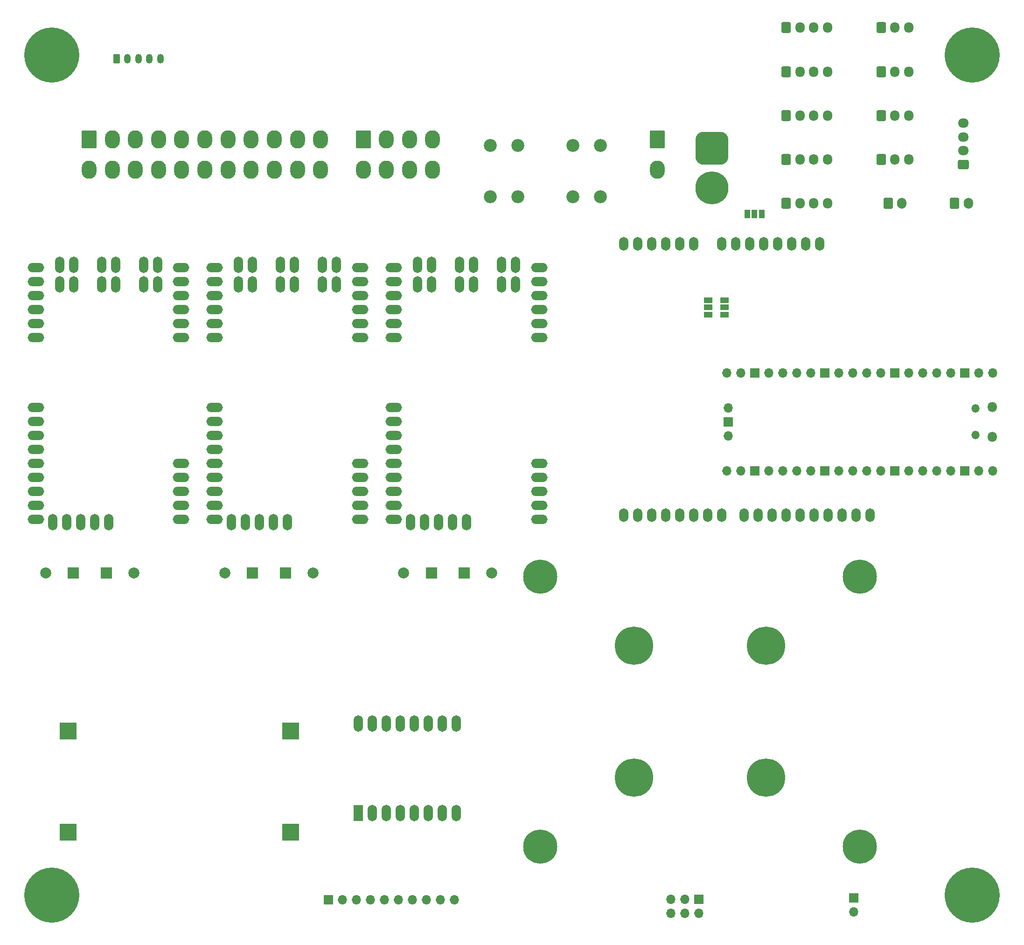
<source format=gbr>
%TF.GenerationSoftware,KiCad,Pcbnew,(6.0.1)*%
%TF.CreationDate,2022-01-31T22:39:25+01:00*%
%TF.ProjectId,OpenMowerMainboard,4f70656e-4d6f-4776-9572-4d61696e626f,rev?*%
%TF.SameCoordinates,Original*%
%TF.FileFunction,Soldermask,Bot*%
%TF.FilePolarity,Negative*%
%FSLAX46Y46*%
G04 Gerber Fmt 4.6, Leading zero omitted, Abs format (unit mm)*
G04 Created by KiCad (PCBNEW (6.0.1)) date 2022-01-31 22:39:25*
%MOMM*%
%LPD*%
G01*
G04 APERTURE LIST*
G04 Aperture macros list*
%AMRoundRect*
0 Rectangle with rounded corners*
0 $1 Rounding radius*
0 $2 $3 $4 $5 $6 $7 $8 $9 X,Y pos of 4 corners*
0 Add a 4 corners polygon primitive as box body*
4,1,4,$2,$3,$4,$5,$6,$7,$8,$9,$2,$3,0*
0 Add four circle primitives for the rounded corners*
1,1,$1+$1,$2,$3*
1,1,$1+$1,$4,$5*
1,1,$1+$1,$6,$7*
1,1,$1+$1,$8,$9*
0 Add four rect primitives between the rounded corners*
20,1,$1+$1,$2,$3,$4,$5,0*
20,1,$1+$1,$4,$5,$6,$7,0*
20,1,$1+$1,$6,$7,$8,$9,0*
20,1,$1+$1,$8,$9,$2,$3,0*%
G04 Aperture macros list end*
%ADD10RoundRect,0.250001X-1.099999X-1.399999X1.099999X-1.399999X1.099999X1.399999X-1.099999X1.399999X0*%
%ADD11O,2.700000X3.300000*%
%ADD12R,3.048000X3.048000*%
%ADD13O,1.676400X2.500000*%
%ADD14RoundRect,0.250000X-0.600000X-0.725000X0.600000X-0.725000X0.600000X0.725000X-0.600000X0.725000X0*%
%ADD15O,1.700000X1.950000*%
%ADD16RoundRect,0.249999X-0.350001X-0.625001X0.350001X-0.625001X0.350001X0.625001X-0.350001X0.625001X0*%
%ADD17O,1.200000X1.750000*%
%ADD18C,10.000000*%
%ADD19R,1.700000X3.000000*%
%ADD20O,1.700000X3.000000*%
%ADD21O,3.000000X1.700000*%
%ADD22R,2.000000X2.000000*%
%ADD23C,2.000000*%
%ADD24R,1.700000X1.700000*%
%ADD25O,1.700000X1.700000*%
%ADD26C,6.950000*%
%ADD27RoundRect,1.500000X-1.500000X1.500000X-1.500000X-1.500000X1.500000X-1.500000X1.500000X1.500000X0*%
%ADD28C,6.000000*%
%ADD29C,2.350000*%
%ADD30C,6.200000*%
%ADD31RoundRect,0.250000X-0.600000X-0.750000X0.600000X-0.750000X0.600000X0.750000X-0.600000X0.750000X0*%
%ADD32O,1.700000X2.000000*%
%ADD33RoundRect,0.250000X0.725000X-0.600000X0.725000X0.600000X-0.725000X0.600000X-0.725000X-0.600000X0*%
%ADD34O,1.950000X1.700000*%
%ADD35O,1.500000X1.500000*%
%ADD36O,1.800000X1.800000*%
%ADD37R,1.500000X1.000000*%
%ADD38R,1.000000X1.500000*%
G04 APERTURE END LIST*
D10*
X33250000Y-45250000D03*
D11*
X37450000Y-45250000D03*
X41650000Y-45250000D03*
X45850000Y-45250000D03*
X50050000Y-45250000D03*
X54250000Y-45250000D03*
X58450000Y-45250000D03*
X62650000Y-45250000D03*
X66850000Y-45250000D03*
X71050000Y-45250000D03*
X75250000Y-45250000D03*
X33250000Y-50750000D03*
X37450000Y-50750000D03*
X41650000Y-50750000D03*
X45850000Y-50750000D03*
X50050000Y-50750000D03*
X54250000Y-50750000D03*
X58450000Y-50750000D03*
X62650000Y-50750000D03*
X66850000Y-50750000D03*
X71050000Y-50750000D03*
X75250000Y-50750000D03*
D10*
X83000000Y-45250000D03*
D11*
X87200000Y-45250000D03*
X91400000Y-45250000D03*
X95600000Y-45250000D03*
X83000000Y-50750000D03*
X87200000Y-50750000D03*
X91400000Y-50750000D03*
X95600000Y-50750000D03*
D10*
X136400000Y-45250000D03*
D11*
X136400000Y-50750000D03*
D12*
X29400000Y-171100000D03*
X29400000Y-152700000D03*
X69800000Y-152700000D03*
X69800000Y-171100000D03*
D13*
X165860000Y-64240000D03*
X158240000Y-64240000D03*
X155700000Y-64240000D03*
X143000000Y-64240000D03*
X140460000Y-64240000D03*
X137920000Y-64240000D03*
X135380000Y-64240000D03*
X132840000Y-64240000D03*
X130300000Y-64240000D03*
X169924000Y-113500000D03*
X130300000Y-113500000D03*
X132840000Y-113500000D03*
X135380000Y-113500000D03*
X137920000Y-113500000D03*
X140460000Y-113500000D03*
X143000000Y-113500000D03*
X145540000Y-113500000D03*
X148080000Y-113500000D03*
X152144000Y-113500000D03*
X154684000Y-113500000D03*
X157224000Y-113500000D03*
X159764000Y-113500000D03*
X162304000Y-113500000D03*
X164844000Y-113500000D03*
X167384000Y-113500000D03*
X153160000Y-64240000D03*
X150620000Y-64240000D03*
X163320000Y-64240000D03*
X160780000Y-64240000D03*
X175004000Y-113500000D03*
X172464000Y-113500000D03*
X148080000Y-64240000D03*
D14*
X177000000Y-40935000D03*
D15*
X179500000Y-40935000D03*
X182000000Y-40935000D03*
D14*
X177000000Y-48902500D03*
D15*
X179500000Y-48902500D03*
X182000000Y-48902500D03*
D14*
X159750000Y-25000000D03*
D15*
X162250000Y-25000000D03*
X164750000Y-25000000D03*
X167250000Y-25000000D03*
D14*
X159750000Y-32967500D03*
D15*
X162250000Y-32967500D03*
X164750000Y-32967500D03*
X167250000Y-32967500D03*
D14*
X159750000Y-40935000D03*
D15*
X162250000Y-40935000D03*
X164750000Y-40935000D03*
X167250000Y-40935000D03*
D14*
X159750000Y-48902500D03*
D15*
X162250000Y-48902500D03*
X164750000Y-48902500D03*
X167250000Y-48902500D03*
D14*
X159750000Y-56870000D03*
D15*
X162250000Y-56870000D03*
X164750000Y-56870000D03*
X167250000Y-56870000D03*
D14*
X177000000Y-32967500D03*
D15*
X179500000Y-32967500D03*
X182000000Y-32967500D03*
D16*
X38200000Y-30600000D03*
D17*
X40200000Y-30600000D03*
X42200000Y-30600000D03*
X44200000Y-30600000D03*
X46200000Y-30600000D03*
D14*
X177000000Y-25000000D03*
D15*
X179500000Y-25000000D03*
X182000000Y-25000000D03*
D18*
X26500000Y-30000000D03*
X26500000Y-182500000D03*
X193500000Y-30000000D03*
X193500000Y-182500000D03*
D19*
X82070000Y-167615000D03*
D20*
X82070000Y-151375000D03*
X84610000Y-167615000D03*
X84610000Y-151375000D03*
X87150000Y-167615000D03*
X87150000Y-151375000D03*
X89690000Y-167615000D03*
X89690000Y-151375000D03*
X92230000Y-167615000D03*
X92230000Y-151375000D03*
X94770000Y-167615000D03*
X94770000Y-151375000D03*
X97310000Y-167615000D03*
X97310000Y-151375000D03*
X99850000Y-167615000D03*
X99850000Y-151375000D03*
D21*
X56060000Y-111775000D03*
X56060000Y-109235000D03*
X56060000Y-104155000D03*
X56060000Y-101615000D03*
X56060000Y-99075000D03*
X56060000Y-76215000D03*
X82460000Y-73675000D03*
X82460000Y-76215000D03*
X56060000Y-106695000D03*
X56060000Y-73675000D03*
X56060000Y-96535000D03*
D20*
X59100000Y-114815000D03*
X61640000Y-114815000D03*
X66720000Y-114815000D03*
X69260000Y-114815000D03*
D21*
X82460000Y-114315000D03*
X82460000Y-111775000D03*
X82460000Y-109235000D03*
X82460000Y-106695000D03*
X82460000Y-68595000D03*
D20*
X64180000Y-114815000D03*
D21*
X82460000Y-71135000D03*
X56060000Y-93995000D03*
X56060000Y-114315000D03*
X82460000Y-104155000D03*
X56060000Y-68595000D03*
X56060000Y-71135000D03*
D20*
X75610000Y-71635000D03*
X78150000Y-71635000D03*
X78150000Y-68095000D03*
X75610000Y-68095000D03*
X70530000Y-68095000D03*
X67990000Y-71635000D03*
X70530000Y-71635000D03*
X67990000Y-68095000D03*
D21*
X56060000Y-78755000D03*
X56060000Y-81295000D03*
X82460000Y-81295000D03*
X82460000Y-78755000D03*
D20*
X60370000Y-68095000D03*
X62910000Y-71635000D03*
X62910000Y-68095000D03*
X60370000Y-71635000D03*
D22*
X62849646Y-124000000D03*
D23*
X57849646Y-124000000D03*
D24*
X143900000Y-183300000D03*
D25*
X143900000Y-185840000D03*
X141360000Y-183300000D03*
X141360000Y-185840000D03*
X138820000Y-183300000D03*
X138820000Y-185840000D03*
D26*
X132100000Y-161200000D03*
D27*
X146300000Y-46900000D03*
D28*
X146300000Y-54100000D03*
D29*
X111075000Y-55700000D03*
X106075000Y-55700000D03*
X126075000Y-55700000D03*
X121075000Y-55700000D03*
D22*
X36349646Y-124000000D03*
D23*
X41349646Y-124000000D03*
D21*
X23560000Y-111775000D03*
X23560000Y-109235000D03*
X23560000Y-104155000D03*
X23560000Y-101615000D03*
X23560000Y-99075000D03*
X23560000Y-76215000D03*
X49960000Y-73675000D03*
X23560000Y-106695000D03*
X23560000Y-73675000D03*
X49960000Y-76215000D03*
X23560000Y-96535000D03*
D20*
X26600000Y-114815000D03*
X29140000Y-114815000D03*
X34220000Y-114815000D03*
X36760000Y-114815000D03*
D21*
X49960000Y-114315000D03*
X49960000Y-111775000D03*
X49960000Y-109235000D03*
X49960000Y-106695000D03*
D20*
X31680000Y-114815000D03*
D21*
X23560000Y-71135000D03*
X23560000Y-114315000D03*
X49960000Y-71135000D03*
X49960000Y-68595000D03*
X23560000Y-93995000D03*
X49960000Y-104155000D03*
X23560000Y-68595000D03*
D20*
X45650000Y-68095000D03*
X43110000Y-71635000D03*
X45650000Y-71635000D03*
X43110000Y-68095000D03*
X38030000Y-71635000D03*
X35490000Y-71635000D03*
X35490000Y-68095000D03*
X38030000Y-68095000D03*
D21*
X23560000Y-81295000D03*
X23560000Y-78755000D03*
X49960000Y-81295000D03*
X49960000Y-78755000D03*
D20*
X30410000Y-71635000D03*
X27870000Y-71635000D03*
X30410000Y-68095000D03*
X27870000Y-68095000D03*
D24*
X76650000Y-183350000D03*
D25*
X79190000Y-183350000D03*
X81730000Y-183350000D03*
X84270000Y-183350000D03*
X86810000Y-183350000D03*
X89350000Y-183350000D03*
X91890000Y-183350000D03*
X94430000Y-183350000D03*
X96970000Y-183350000D03*
X99510000Y-183350000D03*
D26*
X132100000Y-137200000D03*
D22*
X101349646Y-124000000D03*
D23*
X106349646Y-124000000D03*
D21*
X88560000Y-111775000D03*
X88560000Y-109235000D03*
X88560000Y-104155000D03*
X88560000Y-101615000D03*
X88560000Y-99075000D03*
X114960000Y-76215000D03*
X114960000Y-73675000D03*
X88560000Y-73675000D03*
X88560000Y-76215000D03*
X88560000Y-106695000D03*
X88560000Y-96535000D03*
D20*
X91600000Y-114815000D03*
X94140000Y-114815000D03*
X99220000Y-114815000D03*
X101760000Y-114815000D03*
D21*
X114960000Y-114315000D03*
X114960000Y-111775000D03*
X114960000Y-109235000D03*
X114960000Y-106695000D03*
X114960000Y-104155000D03*
X88560000Y-93995000D03*
X114960000Y-68595000D03*
D20*
X96680000Y-114815000D03*
D21*
X88560000Y-114315000D03*
X88560000Y-68595000D03*
X88560000Y-71135000D03*
X114960000Y-71135000D03*
D20*
X110650000Y-71635000D03*
X108110000Y-71635000D03*
X110650000Y-68095000D03*
X108110000Y-68095000D03*
X100490000Y-68095000D03*
X100490000Y-71635000D03*
X103030000Y-68095000D03*
X103030000Y-71635000D03*
D21*
X88560000Y-81295000D03*
X114960000Y-78755000D03*
X114960000Y-81295000D03*
X88560000Y-78755000D03*
D20*
X95410000Y-68095000D03*
X92870000Y-68095000D03*
X95410000Y-71635000D03*
X92870000Y-71635000D03*
D26*
X156100000Y-161200000D03*
D29*
X106075000Y-46350000D03*
X111075000Y-46350000D03*
X121075000Y-46350000D03*
X126075000Y-46350000D03*
D22*
X95349646Y-124000000D03*
D23*
X90349646Y-124000000D03*
D22*
X30349646Y-124000000D03*
D23*
X25349646Y-124000000D03*
D30*
X115100000Y-124700000D03*
D22*
X68849646Y-124000000D03*
D23*
X73849646Y-124000000D03*
D31*
X190320000Y-56870000D03*
D32*
X192820000Y-56870000D03*
D30*
X173100000Y-124700000D03*
D31*
X178250000Y-56870000D03*
D32*
X180750000Y-56870000D03*
D33*
X191870000Y-49852500D03*
D34*
X191870000Y-47352500D03*
X191870000Y-44852500D03*
X191870000Y-42352500D03*
D30*
X115100000Y-173700000D03*
D26*
X156100000Y-137200000D03*
D35*
X194115000Y-94140000D03*
D36*
X197145000Y-99290000D03*
D35*
X194115000Y-98990000D03*
D36*
X197145000Y-93840000D03*
D25*
X197275000Y-87675000D03*
X194735000Y-87675000D03*
D24*
X192195000Y-87675000D03*
D25*
X189655000Y-87675000D03*
X187115000Y-87675000D03*
X184575000Y-87675000D03*
X182035000Y-87675000D03*
D24*
X179495000Y-87675000D03*
D25*
X176955000Y-87675000D03*
X174415000Y-87675000D03*
X171875000Y-87675000D03*
X169335000Y-87675000D03*
D24*
X166795000Y-87675000D03*
D25*
X164255000Y-87675000D03*
X161715000Y-87675000D03*
X159175000Y-87675000D03*
X156635000Y-87675000D03*
D24*
X154095000Y-87675000D03*
D25*
X151555000Y-87675000D03*
X149015000Y-87675000D03*
X149015000Y-105455000D03*
X151555000Y-105455000D03*
D24*
X154095000Y-105455000D03*
D25*
X156635000Y-105455000D03*
X159175000Y-105455000D03*
X161715000Y-105455000D03*
X164255000Y-105455000D03*
D24*
X166795000Y-105455000D03*
D25*
X169335000Y-105455000D03*
X171875000Y-105455000D03*
X174415000Y-105455000D03*
X176955000Y-105455000D03*
D24*
X179495000Y-105455000D03*
D25*
X182035000Y-105455000D03*
X184575000Y-105455000D03*
X187115000Y-105455000D03*
X189655000Y-105455000D03*
D24*
X192195000Y-105455000D03*
D25*
X194735000Y-105455000D03*
X197275000Y-105455000D03*
X149245000Y-94025000D03*
D24*
X149245000Y-96565000D03*
D25*
X149245000Y-99105000D03*
D30*
X173100000Y-173700000D03*
D37*
X145600000Y-77100000D03*
X145600000Y-75800000D03*
X145600000Y-74500000D03*
D38*
X155300000Y-58800000D03*
X154000000Y-58800000D03*
X152700000Y-58800000D03*
D24*
X172000000Y-183000000D03*
D25*
X172000000Y-185540000D03*
D37*
X148600000Y-74500000D03*
X148600000Y-75800000D03*
X148600000Y-77100000D03*
M02*

</source>
